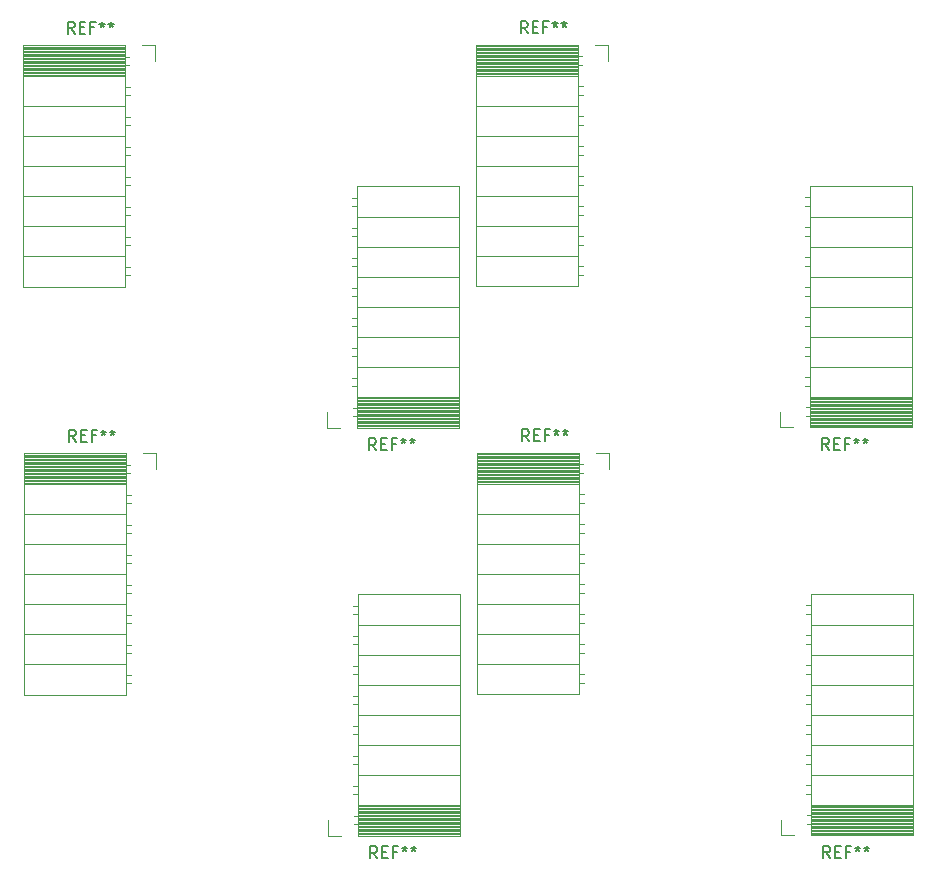
<source format=gbr>
%TF.GenerationSoftware,KiCad,Pcbnew,7.0.1*%
%TF.CreationDate,2023-03-21T17:03:07+01:00*%
%TF.ProjectId,microsdcard_sub_panelized,6d696372-6f73-4646-9361-72645f737562,rev?*%
%TF.SameCoordinates,Original*%
%TF.FileFunction,Legend,Top*%
%TF.FilePolarity,Positive*%
%FSLAX46Y46*%
G04 Gerber Fmt 4.6, Leading zero omitted, Abs format (unit mm)*
G04 Created by KiCad (PCBNEW 7.0.1) date 2023-03-21 17:03:07*
%MOMM*%
%LPD*%
G01*
G04 APERTURE LIST*
%ADD10C,0.150000*%
%ADD11C,0.120000*%
G04 APERTURE END LIST*
D10*
%TO.C,REF\u002A\u002A*%
X72679866Y-92587019D02*
X72346533Y-92110828D01*
X72108438Y-92587019D02*
X72108438Y-91587019D01*
X72108438Y-91587019D02*
X72489390Y-91587019D01*
X72489390Y-91587019D02*
X72584628Y-91634638D01*
X72584628Y-91634638D02*
X72632247Y-91682257D01*
X72632247Y-91682257D02*
X72679866Y-91777495D01*
X72679866Y-91777495D02*
X72679866Y-91920352D01*
X72679866Y-91920352D02*
X72632247Y-92015590D01*
X72632247Y-92015590D02*
X72584628Y-92063209D01*
X72584628Y-92063209D02*
X72489390Y-92110828D01*
X72489390Y-92110828D02*
X72108438Y-92110828D01*
X73108438Y-92063209D02*
X73441771Y-92063209D01*
X73584628Y-92587019D02*
X73108438Y-92587019D01*
X73108438Y-92587019D02*
X73108438Y-91587019D01*
X73108438Y-91587019D02*
X73584628Y-91587019D01*
X74346533Y-92063209D02*
X74013200Y-92063209D01*
X74013200Y-92587019D02*
X74013200Y-91587019D01*
X74013200Y-91587019D02*
X74489390Y-91587019D01*
X75013200Y-91587019D02*
X75013200Y-91825114D01*
X74775105Y-91729876D02*
X75013200Y-91825114D01*
X75013200Y-91825114D02*
X75251295Y-91729876D01*
X74870343Y-92015590D02*
X75013200Y-91825114D01*
X75013200Y-91825114D02*
X75156057Y-92015590D01*
X75775105Y-91587019D02*
X75775105Y-91825114D01*
X75537010Y-91729876D02*
X75775105Y-91825114D01*
X75775105Y-91825114D02*
X76013200Y-91729876D01*
X75632248Y-92015590D02*
X75775105Y-91825114D01*
X75775105Y-91825114D02*
X75917962Y-92015590D01*
X98178666Y-127850219D02*
X97845333Y-127374028D01*
X97607238Y-127850219D02*
X97607238Y-126850219D01*
X97607238Y-126850219D02*
X97988190Y-126850219D01*
X97988190Y-126850219D02*
X98083428Y-126897838D01*
X98083428Y-126897838D02*
X98131047Y-126945457D01*
X98131047Y-126945457D02*
X98178666Y-127040695D01*
X98178666Y-127040695D02*
X98178666Y-127183552D01*
X98178666Y-127183552D02*
X98131047Y-127278790D01*
X98131047Y-127278790D02*
X98083428Y-127326409D01*
X98083428Y-127326409D02*
X97988190Y-127374028D01*
X97988190Y-127374028D02*
X97607238Y-127374028D01*
X98607238Y-127326409D02*
X98940571Y-127326409D01*
X99083428Y-127850219D02*
X98607238Y-127850219D01*
X98607238Y-127850219D02*
X98607238Y-126850219D01*
X98607238Y-126850219D02*
X99083428Y-126850219D01*
X99845333Y-127326409D02*
X99512000Y-127326409D01*
X99512000Y-127850219D02*
X99512000Y-126850219D01*
X99512000Y-126850219D02*
X99988190Y-126850219D01*
X100512000Y-126850219D02*
X100512000Y-127088314D01*
X100273905Y-126993076D02*
X100512000Y-127088314D01*
X100512000Y-127088314D02*
X100750095Y-126993076D01*
X100369143Y-127278790D02*
X100512000Y-127088314D01*
X100512000Y-127088314D02*
X100654857Y-127278790D01*
X101273905Y-126850219D02*
X101273905Y-127088314D01*
X101035810Y-126993076D02*
X101273905Y-127088314D01*
X101273905Y-127088314D02*
X101512000Y-126993076D01*
X101131048Y-127278790D02*
X101273905Y-127088314D01*
X101273905Y-127088314D02*
X101416762Y-127278790D01*
X136532666Y-127821019D02*
X136199333Y-127344828D01*
X135961238Y-127821019D02*
X135961238Y-126821019D01*
X135961238Y-126821019D02*
X136342190Y-126821019D01*
X136342190Y-126821019D02*
X136437428Y-126868638D01*
X136437428Y-126868638D02*
X136485047Y-126916257D01*
X136485047Y-126916257D02*
X136532666Y-127011495D01*
X136532666Y-127011495D02*
X136532666Y-127154352D01*
X136532666Y-127154352D02*
X136485047Y-127249590D01*
X136485047Y-127249590D02*
X136437428Y-127297209D01*
X136437428Y-127297209D02*
X136342190Y-127344828D01*
X136342190Y-127344828D02*
X135961238Y-127344828D01*
X136961238Y-127297209D02*
X137294571Y-127297209D01*
X137437428Y-127821019D02*
X136961238Y-127821019D01*
X136961238Y-127821019D02*
X136961238Y-126821019D01*
X136961238Y-126821019D02*
X137437428Y-126821019D01*
X138199333Y-127297209D02*
X137866000Y-127297209D01*
X137866000Y-127821019D02*
X137866000Y-126821019D01*
X137866000Y-126821019D02*
X138342190Y-126821019D01*
X138866000Y-126821019D02*
X138866000Y-127059114D01*
X138627905Y-126963876D02*
X138866000Y-127059114D01*
X138866000Y-127059114D02*
X139104095Y-126963876D01*
X138723143Y-127249590D02*
X138866000Y-127059114D01*
X138866000Y-127059114D02*
X139008857Y-127249590D01*
X139627905Y-126821019D02*
X139627905Y-127059114D01*
X139389810Y-126963876D02*
X139627905Y-127059114D01*
X139627905Y-127059114D02*
X139866000Y-126963876D01*
X139485048Y-127249590D02*
X139627905Y-127059114D01*
X139627905Y-127059114D02*
X139770762Y-127249590D01*
X111033866Y-92557819D02*
X110700533Y-92081628D01*
X110462438Y-92557819D02*
X110462438Y-91557819D01*
X110462438Y-91557819D02*
X110843390Y-91557819D01*
X110843390Y-91557819D02*
X110938628Y-91605438D01*
X110938628Y-91605438D02*
X110986247Y-91653057D01*
X110986247Y-91653057D02*
X111033866Y-91748295D01*
X111033866Y-91748295D02*
X111033866Y-91891152D01*
X111033866Y-91891152D02*
X110986247Y-91986390D01*
X110986247Y-91986390D02*
X110938628Y-92034009D01*
X110938628Y-92034009D02*
X110843390Y-92081628D01*
X110843390Y-92081628D02*
X110462438Y-92081628D01*
X111462438Y-92034009D02*
X111795771Y-92034009D01*
X111938628Y-92557819D02*
X111462438Y-92557819D01*
X111462438Y-92557819D02*
X111462438Y-91557819D01*
X111462438Y-91557819D02*
X111938628Y-91557819D01*
X112700533Y-92034009D02*
X112367200Y-92034009D01*
X112367200Y-92557819D02*
X112367200Y-91557819D01*
X112367200Y-91557819D02*
X112843390Y-91557819D01*
X113367200Y-91557819D02*
X113367200Y-91795914D01*
X113129105Y-91700676D02*
X113367200Y-91795914D01*
X113367200Y-91795914D02*
X113605295Y-91700676D01*
X113224343Y-91986390D02*
X113367200Y-91795914D01*
X113367200Y-91795914D02*
X113510057Y-91986390D01*
X114129105Y-91557819D02*
X114129105Y-91795914D01*
X113891010Y-91700676D02*
X114129105Y-91795914D01*
X114129105Y-91795914D02*
X114367200Y-91700676D01*
X113986248Y-91986390D02*
X114129105Y-91795914D01*
X114129105Y-91795914D02*
X114271962Y-91986390D01*
X110932266Y-58013819D02*
X110598933Y-57537628D01*
X110360838Y-58013819D02*
X110360838Y-57013819D01*
X110360838Y-57013819D02*
X110741790Y-57013819D01*
X110741790Y-57013819D02*
X110837028Y-57061438D01*
X110837028Y-57061438D02*
X110884647Y-57109057D01*
X110884647Y-57109057D02*
X110932266Y-57204295D01*
X110932266Y-57204295D02*
X110932266Y-57347152D01*
X110932266Y-57347152D02*
X110884647Y-57442390D01*
X110884647Y-57442390D02*
X110837028Y-57490009D01*
X110837028Y-57490009D02*
X110741790Y-57537628D01*
X110741790Y-57537628D02*
X110360838Y-57537628D01*
X111360838Y-57490009D02*
X111694171Y-57490009D01*
X111837028Y-58013819D02*
X111360838Y-58013819D01*
X111360838Y-58013819D02*
X111360838Y-57013819D01*
X111360838Y-57013819D02*
X111837028Y-57013819D01*
X112598933Y-57490009D02*
X112265600Y-57490009D01*
X112265600Y-58013819D02*
X112265600Y-57013819D01*
X112265600Y-57013819D02*
X112741790Y-57013819D01*
X113265600Y-57013819D02*
X113265600Y-57251914D01*
X113027505Y-57156676D02*
X113265600Y-57251914D01*
X113265600Y-57251914D02*
X113503695Y-57156676D01*
X113122743Y-57442390D02*
X113265600Y-57251914D01*
X113265600Y-57251914D02*
X113408457Y-57442390D01*
X114027505Y-57013819D02*
X114027505Y-57251914D01*
X113789410Y-57156676D02*
X114027505Y-57251914D01*
X114027505Y-57251914D02*
X114265600Y-57156676D01*
X113884648Y-57442390D02*
X114027505Y-57251914D01*
X114027505Y-57251914D02*
X114170362Y-57442390D01*
X136431066Y-93277019D02*
X136097733Y-92800828D01*
X135859638Y-93277019D02*
X135859638Y-92277019D01*
X135859638Y-92277019D02*
X136240590Y-92277019D01*
X136240590Y-92277019D02*
X136335828Y-92324638D01*
X136335828Y-92324638D02*
X136383447Y-92372257D01*
X136383447Y-92372257D02*
X136431066Y-92467495D01*
X136431066Y-92467495D02*
X136431066Y-92610352D01*
X136431066Y-92610352D02*
X136383447Y-92705590D01*
X136383447Y-92705590D02*
X136335828Y-92753209D01*
X136335828Y-92753209D02*
X136240590Y-92800828D01*
X136240590Y-92800828D02*
X135859638Y-92800828D01*
X136859638Y-92753209D02*
X137192971Y-92753209D01*
X137335828Y-93277019D02*
X136859638Y-93277019D01*
X136859638Y-93277019D02*
X136859638Y-92277019D01*
X136859638Y-92277019D02*
X137335828Y-92277019D01*
X138097733Y-92753209D02*
X137764400Y-92753209D01*
X137764400Y-93277019D02*
X137764400Y-92277019D01*
X137764400Y-92277019D02*
X138240590Y-92277019D01*
X138764400Y-92277019D02*
X138764400Y-92515114D01*
X138526305Y-92419876D02*
X138764400Y-92515114D01*
X138764400Y-92515114D02*
X139002495Y-92419876D01*
X138621543Y-92705590D02*
X138764400Y-92515114D01*
X138764400Y-92515114D02*
X138907257Y-92705590D01*
X139526305Y-92277019D02*
X139526305Y-92515114D01*
X139288210Y-92419876D02*
X139526305Y-92515114D01*
X139526305Y-92515114D02*
X139764400Y-92419876D01*
X139383448Y-92705590D02*
X139526305Y-92515114D01*
X139526305Y-92515114D02*
X139669162Y-92705590D01*
X98077066Y-93306219D02*
X97743733Y-92830028D01*
X97505638Y-93306219D02*
X97505638Y-92306219D01*
X97505638Y-92306219D02*
X97886590Y-92306219D01*
X97886590Y-92306219D02*
X97981828Y-92353838D01*
X97981828Y-92353838D02*
X98029447Y-92401457D01*
X98029447Y-92401457D02*
X98077066Y-92496695D01*
X98077066Y-92496695D02*
X98077066Y-92639552D01*
X98077066Y-92639552D02*
X98029447Y-92734790D01*
X98029447Y-92734790D02*
X97981828Y-92782409D01*
X97981828Y-92782409D02*
X97886590Y-92830028D01*
X97886590Y-92830028D02*
X97505638Y-92830028D01*
X98505638Y-92782409D02*
X98838971Y-92782409D01*
X98981828Y-93306219D02*
X98505638Y-93306219D01*
X98505638Y-93306219D02*
X98505638Y-92306219D01*
X98505638Y-92306219D02*
X98981828Y-92306219D01*
X99743733Y-92782409D02*
X99410400Y-92782409D01*
X99410400Y-93306219D02*
X99410400Y-92306219D01*
X99410400Y-92306219D02*
X99886590Y-92306219D01*
X100410400Y-92306219D02*
X100410400Y-92544314D01*
X100172305Y-92449076D02*
X100410400Y-92544314D01*
X100410400Y-92544314D02*
X100648495Y-92449076D01*
X100267543Y-92734790D02*
X100410400Y-92544314D01*
X100410400Y-92544314D02*
X100553257Y-92734790D01*
X101172305Y-92306219D02*
X101172305Y-92544314D01*
X100934210Y-92449076D02*
X101172305Y-92544314D01*
X101172305Y-92544314D02*
X101410400Y-92449076D01*
X101029448Y-92734790D02*
X101172305Y-92544314D01*
X101172305Y-92544314D02*
X101315162Y-92734790D01*
X72578266Y-58043019D02*
X72244933Y-57566828D01*
X72006838Y-58043019D02*
X72006838Y-57043019D01*
X72006838Y-57043019D02*
X72387790Y-57043019D01*
X72387790Y-57043019D02*
X72483028Y-57090638D01*
X72483028Y-57090638D02*
X72530647Y-57138257D01*
X72530647Y-57138257D02*
X72578266Y-57233495D01*
X72578266Y-57233495D02*
X72578266Y-57376352D01*
X72578266Y-57376352D02*
X72530647Y-57471590D01*
X72530647Y-57471590D02*
X72483028Y-57519209D01*
X72483028Y-57519209D02*
X72387790Y-57566828D01*
X72387790Y-57566828D02*
X72006838Y-57566828D01*
X73006838Y-57519209D02*
X73340171Y-57519209D01*
X73483028Y-58043019D02*
X73006838Y-58043019D01*
X73006838Y-58043019D02*
X73006838Y-57043019D01*
X73006838Y-57043019D02*
X73483028Y-57043019D01*
X74244933Y-57519209D02*
X73911600Y-57519209D01*
X73911600Y-58043019D02*
X73911600Y-57043019D01*
X73911600Y-57043019D02*
X74387790Y-57043019D01*
X74911600Y-57043019D02*
X74911600Y-57281114D01*
X74673505Y-57185876D02*
X74911600Y-57281114D01*
X74911600Y-57281114D02*
X75149695Y-57185876D01*
X74768743Y-57471590D02*
X74911600Y-57281114D01*
X74911600Y-57281114D02*
X75054457Y-57471590D01*
X75673505Y-57043019D02*
X75673505Y-57281114D01*
X75435410Y-57185876D02*
X75673505Y-57281114D01*
X75673505Y-57281114D02*
X75911600Y-57185876D01*
X75530648Y-57471590D02*
X75673505Y-57281114D01*
X75673505Y-57281114D02*
X75816362Y-57471590D01*
D11*
X68303200Y-93564400D02*
X68303200Y-114004400D01*
X68303200Y-93564400D02*
X76933200Y-93564400D01*
X68303200Y-93684400D02*
X76933200Y-93684400D01*
X68303200Y-93802495D02*
X76933200Y-93802495D01*
X68303200Y-93920590D02*
X76933200Y-93920590D01*
X68303200Y-94038685D02*
X76933200Y-94038685D01*
X68303200Y-94156780D02*
X76933200Y-94156780D01*
X68303200Y-94274875D02*
X76933200Y-94274875D01*
X68303200Y-94392970D02*
X76933200Y-94392970D01*
X68303200Y-94511065D02*
X76933200Y-94511065D01*
X68303200Y-94629160D02*
X76933200Y-94629160D01*
X68303200Y-94747255D02*
X76933200Y-94747255D01*
X68303200Y-94865350D02*
X76933200Y-94865350D01*
X68303200Y-94983445D02*
X76933200Y-94983445D01*
X68303200Y-95101540D02*
X76933200Y-95101540D01*
X68303200Y-95219635D02*
X76933200Y-95219635D01*
X68303200Y-95337730D02*
X76933200Y-95337730D01*
X68303200Y-95455825D02*
X76933200Y-95455825D01*
X68303200Y-95573920D02*
X76933200Y-95573920D01*
X68303200Y-95692015D02*
X76933200Y-95692015D01*
X68303200Y-95810110D02*
X76933200Y-95810110D01*
X68303200Y-95928205D02*
X76933200Y-95928205D01*
X68303200Y-96046300D02*
X76933200Y-96046300D01*
X68303200Y-96164400D02*
X76933200Y-96164400D01*
X68303200Y-98704400D02*
X76933200Y-98704400D01*
X68303200Y-101244400D02*
X76933200Y-101244400D01*
X68303200Y-103784400D02*
X76933200Y-103784400D01*
X68303200Y-106324400D02*
X76933200Y-106324400D01*
X68303200Y-108864400D02*
X76933200Y-108864400D01*
X68303200Y-111404400D02*
X76933200Y-111404400D01*
X68303200Y-114004400D02*
X76933200Y-114004400D01*
X76933200Y-93564400D02*
X76933200Y-114004400D01*
X76933200Y-94534400D02*
X77283200Y-94534400D01*
X76933200Y-95254400D02*
X77283200Y-95254400D01*
X76933200Y-97074400D02*
X77343200Y-97074400D01*
X76933200Y-97794400D02*
X77343200Y-97794400D01*
X76933200Y-99614400D02*
X77343200Y-99614400D01*
X76933200Y-100334400D02*
X77343200Y-100334400D01*
X76933200Y-102154400D02*
X77343200Y-102154400D01*
X76933200Y-102874400D02*
X77343200Y-102874400D01*
X76933200Y-104694400D02*
X77343200Y-104694400D01*
X76933200Y-105414400D02*
X77343200Y-105414400D01*
X76933200Y-107234400D02*
X77343200Y-107234400D01*
X76933200Y-107954400D02*
X77343200Y-107954400D01*
X76933200Y-109774400D02*
X77343200Y-109774400D01*
X76933200Y-110494400D02*
X77343200Y-110494400D01*
X76933200Y-112314400D02*
X77343200Y-112314400D01*
X76933200Y-113034400D02*
X77343200Y-113034400D01*
X78393200Y-93564400D02*
X79503200Y-93564400D01*
X79503200Y-93564400D02*
X79503200Y-94894400D01*
X105222000Y-125947600D02*
X105222000Y-105507600D01*
X105222000Y-125947600D02*
X96592000Y-125947600D01*
X105222000Y-125827600D02*
X96592000Y-125827600D01*
X105222000Y-125709505D02*
X96592000Y-125709505D01*
X105222000Y-125591410D02*
X96592000Y-125591410D01*
X105222000Y-125473315D02*
X96592000Y-125473315D01*
X105222000Y-125355220D02*
X96592000Y-125355220D01*
X105222000Y-125237125D02*
X96592000Y-125237125D01*
X105222000Y-125119030D02*
X96592000Y-125119030D01*
X105222000Y-125000935D02*
X96592000Y-125000935D01*
X105222000Y-124882840D02*
X96592000Y-124882840D01*
X105222000Y-124764745D02*
X96592000Y-124764745D01*
X105222000Y-124646650D02*
X96592000Y-124646650D01*
X105222000Y-124528555D02*
X96592000Y-124528555D01*
X105222000Y-124410460D02*
X96592000Y-124410460D01*
X105222000Y-124292365D02*
X96592000Y-124292365D01*
X105222000Y-124174270D02*
X96592000Y-124174270D01*
X105222000Y-124056175D02*
X96592000Y-124056175D01*
X105222000Y-123938080D02*
X96592000Y-123938080D01*
X105222000Y-123819985D02*
X96592000Y-123819985D01*
X105222000Y-123701890D02*
X96592000Y-123701890D01*
X105222000Y-123583795D02*
X96592000Y-123583795D01*
X105222000Y-123465700D02*
X96592000Y-123465700D01*
X105222000Y-123347600D02*
X96592000Y-123347600D01*
X105222000Y-120807600D02*
X96592000Y-120807600D01*
X105222000Y-118267600D02*
X96592000Y-118267600D01*
X105222000Y-115727600D02*
X96592000Y-115727600D01*
X105222000Y-113187600D02*
X96592000Y-113187600D01*
X105222000Y-110647600D02*
X96592000Y-110647600D01*
X105222000Y-108107600D02*
X96592000Y-108107600D01*
X105222000Y-105507600D02*
X96592000Y-105507600D01*
X96592000Y-125947600D02*
X96592000Y-105507600D01*
X96592000Y-124977600D02*
X96242000Y-124977600D01*
X96592000Y-124257600D02*
X96242000Y-124257600D01*
X96592000Y-122437600D02*
X96182000Y-122437600D01*
X96592000Y-121717600D02*
X96182000Y-121717600D01*
X96592000Y-119897600D02*
X96182000Y-119897600D01*
X96592000Y-119177600D02*
X96182000Y-119177600D01*
X96592000Y-117357600D02*
X96182000Y-117357600D01*
X96592000Y-116637600D02*
X96182000Y-116637600D01*
X96592000Y-114817600D02*
X96182000Y-114817600D01*
X96592000Y-114097600D02*
X96182000Y-114097600D01*
X96592000Y-112277600D02*
X96182000Y-112277600D01*
X96592000Y-111557600D02*
X96182000Y-111557600D01*
X96592000Y-109737600D02*
X96182000Y-109737600D01*
X96592000Y-109017600D02*
X96182000Y-109017600D01*
X96592000Y-107197600D02*
X96182000Y-107197600D01*
X96592000Y-106477600D02*
X96182000Y-106477600D01*
X95132000Y-125947600D02*
X94022000Y-125947600D01*
X94022000Y-125947600D02*
X94022000Y-124617600D01*
X143576000Y-125918400D02*
X143576000Y-105478400D01*
X143576000Y-125918400D02*
X134946000Y-125918400D01*
X143576000Y-125798400D02*
X134946000Y-125798400D01*
X143576000Y-125680305D02*
X134946000Y-125680305D01*
X143576000Y-125562210D02*
X134946000Y-125562210D01*
X143576000Y-125444115D02*
X134946000Y-125444115D01*
X143576000Y-125326020D02*
X134946000Y-125326020D01*
X143576000Y-125207925D02*
X134946000Y-125207925D01*
X143576000Y-125089830D02*
X134946000Y-125089830D01*
X143576000Y-124971735D02*
X134946000Y-124971735D01*
X143576000Y-124853640D02*
X134946000Y-124853640D01*
X143576000Y-124735545D02*
X134946000Y-124735545D01*
X143576000Y-124617450D02*
X134946000Y-124617450D01*
X143576000Y-124499355D02*
X134946000Y-124499355D01*
X143576000Y-124381260D02*
X134946000Y-124381260D01*
X143576000Y-124263165D02*
X134946000Y-124263165D01*
X143576000Y-124145070D02*
X134946000Y-124145070D01*
X143576000Y-124026975D02*
X134946000Y-124026975D01*
X143576000Y-123908880D02*
X134946000Y-123908880D01*
X143576000Y-123790785D02*
X134946000Y-123790785D01*
X143576000Y-123672690D02*
X134946000Y-123672690D01*
X143576000Y-123554595D02*
X134946000Y-123554595D01*
X143576000Y-123436500D02*
X134946000Y-123436500D01*
X143576000Y-123318400D02*
X134946000Y-123318400D01*
X143576000Y-120778400D02*
X134946000Y-120778400D01*
X143576000Y-118238400D02*
X134946000Y-118238400D01*
X143576000Y-115698400D02*
X134946000Y-115698400D01*
X143576000Y-113158400D02*
X134946000Y-113158400D01*
X143576000Y-110618400D02*
X134946000Y-110618400D01*
X143576000Y-108078400D02*
X134946000Y-108078400D01*
X143576000Y-105478400D02*
X134946000Y-105478400D01*
X134946000Y-125918400D02*
X134946000Y-105478400D01*
X134946000Y-124948400D02*
X134596000Y-124948400D01*
X134946000Y-124228400D02*
X134596000Y-124228400D01*
X134946000Y-122408400D02*
X134536000Y-122408400D01*
X134946000Y-121688400D02*
X134536000Y-121688400D01*
X134946000Y-119868400D02*
X134536000Y-119868400D01*
X134946000Y-119148400D02*
X134536000Y-119148400D01*
X134946000Y-117328400D02*
X134536000Y-117328400D01*
X134946000Y-116608400D02*
X134536000Y-116608400D01*
X134946000Y-114788400D02*
X134536000Y-114788400D01*
X134946000Y-114068400D02*
X134536000Y-114068400D01*
X134946000Y-112248400D02*
X134536000Y-112248400D01*
X134946000Y-111528400D02*
X134536000Y-111528400D01*
X134946000Y-109708400D02*
X134536000Y-109708400D01*
X134946000Y-108988400D02*
X134536000Y-108988400D01*
X134946000Y-107168400D02*
X134536000Y-107168400D01*
X134946000Y-106448400D02*
X134536000Y-106448400D01*
X133486000Y-125918400D02*
X132376000Y-125918400D01*
X132376000Y-125918400D02*
X132376000Y-124588400D01*
X106657200Y-93535200D02*
X106657200Y-113975200D01*
X106657200Y-93535200D02*
X115287200Y-93535200D01*
X106657200Y-93655200D02*
X115287200Y-93655200D01*
X106657200Y-93773295D02*
X115287200Y-93773295D01*
X106657200Y-93891390D02*
X115287200Y-93891390D01*
X106657200Y-94009485D02*
X115287200Y-94009485D01*
X106657200Y-94127580D02*
X115287200Y-94127580D01*
X106657200Y-94245675D02*
X115287200Y-94245675D01*
X106657200Y-94363770D02*
X115287200Y-94363770D01*
X106657200Y-94481865D02*
X115287200Y-94481865D01*
X106657200Y-94599960D02*
X115287200Y-94599960D01*
X106657200Y-94718055D02*
X115287200Y-94718055D01*
X106657200Y-94836150D02*
X115287200Y-94836150D01*
X106657200Y-94954245D02*
X115287200Y-94954245D01*
X106657200Y-95072340D02*
X115287200Y-95072340D01*
X106657200Y-95190435D02*
X115287200Y-95190435D01*
X106657200Y-95308530D02*
X115287200Y-95308530D01*
X106657200Y-95426625D02*
X115287200Y-95426625D01*
X106657200Y-95544720D02*
X115287200Y-95544720D01*
X106657200Y-95662815D02*
X115287200Y-95662815D01*
X106657200Y-95780910D02*
X115287200Y-95780910D01*
X106657200Y-95899005D02*
X115287200Y-95899005D01*
X106657200Y-96017100D02*
X115287200Y-96017100D01*
X106657200Y-96135200D02*
X115287200Y-96135200D01*
X106657200Y-98675200D02*
X115287200Y-98675200D01*
X106657200Y-101215200D02*
X115287200Y-101215200D01*
X106657200Y-103755200D02*
X115287200Y-103755200D01*
X106657200Y-106295200D02*
X115287200Y-106295200D01*
X106657200Y-108835200D02*
X115287200Y-108835200D01*
X106657200Y-111375200D02*
X115287200Y-111375200D01*
X106657200Y-113975200D02*
X115287200Y-113975200D01*
X115287200Y-93535200D02*
X115287200Y-113975200D01*
X115287200Y-94505200D02*
X115637200Y-94505200D01*
X115287200Y-95225200D02*
X115637200Y-95225200D01*
X115287200Y-97045200D02*
X115697200Y-97045200D01*
X115287200Y-97765200D02*
X115697200Y-97765200D01*
X115287200Y-99585200D02*
X115697200Y-99585200D01*
X115287200Y-100305200D02*
X115697200Y-100305200D01*
X115287200Y-102125200D02*
X115697200Y-102125200D01*
X115287200Y-102845200D02*
X115697200Y-102845200D01*
X115287200Y-104665200D02*
X115697200Y-104665200D01*
X115287200Y-105385200D02*
X115697200Y-105385200D01*
X115287200Y-107205200D02*
X115697200Y-107205200D01*
X115287200Y-107925200D02*
X115697200Y-107925200D01*
X115287200Y-109745200D02*
X115697200Y-109745200D01*
X115287200Y-110465200D02*
X115697200Y-110465200D01*
X115287200Y-112285200D02*
X115697200Y-112285200D01*
X115287200Y-113005200D02*
X115697200Y-113005200D01*
X116747200Y-93535200D02*
X117857200Y-93535200D01*
X117857200Y-93535200D02*
X117857200Y-94865200D01*
X106555600Y-58991200D02*
X106555600Y-79431200D01*
X106555600Y-58991200D02*
X115185600Y-58991200D01*
X106555600Y-59111200D02*
X115185600Y-59111200D01*
X106555600Y-59229295D02*
X115185600Y-59229295D01*
X106555600Y-59347390D02*
X115185600Y-59347390D01*
X106555600Y-59465485D02*
X115185600Y-59465485D01*
X106555600Y-59583580D02*
X115185600Y-59583580D01*
X106555600Y-59701675D02*
X115185600Y-59701675D01*
X106555600Y-59819770D02*
X115185600Y-59819770D01*
X106555600Y-59937865D02*
X115185600Y-59937865D01*
X106555600Y-60055960D02*
X115185600Y-60055960D01*
X106555600Y-60174055D02*
X115185600Y-60174055D01*
X106555600Y-60292150D02*
X115185600Y-60292150D01*
X106555600Y-60410245D02*
X115185600Y-60410245D01*
X106555600Y-60528340D02*
X115185600Y-60528340D01*
X106555600Y-60646435D02*
X115185600Y-60646435D01*
X106555600Y-60764530D02*
X115185600Y-60764530D01*
X106555600Y-60882625D02*
X115185600Y-60882625D01*
X106555600Y-61000720D02*
X115185600Y-61000720D01*
X106555600Y-61118815D02*
X115185600Y-61118815D01*
X106555600Y-61236910D02*
X115185600Y-61236910D01*
X106555600Y-61355005D02*
X115185600Y-61355005D01*
X106555600Y-61473100D02*
X115185600Y-61473100D01*
X106555600Y-61591200D02*
X115185600Y-61591200D01*
X106555600Y-64131200D02*
X115185600Y-64131200D01*
X106555600Y-66671200D02*
X115185600Y-66671200D01*
X106555600Y-69211200D02*
X115185600Y-69211200D01*
X106555600Y-71751200D02*
X115185600Y-71751200D01*
X106555600Y-74291200D02*
X115185600Y-74291200D01*
X106555600Y-76831200D02*
X115185600Y-76831200D01*
X106555600Y-79431200D02*
X115185600Y-79431200D01*
X115185600Y-58991200D02*
X115185600Y-79431200D01*
X115185600Y-59961200D02*
X115535600Y-59961200D01*
X115185600Y-60681200D02*
X115535600Y-60681200D01*
X115185600Y-62501200D02*
X115595600Y-62501200D01*
X115185600Y-63221200D02*
X115595600Y-63221200D01*
X115185600Y-65041200D02*
X115595600Y-65041200D01*
X115185600Y-65761200D02*
X115595600Y-65761200D01*
X115185600Y-67581200D02*
X115595600Y-67581200D01*
X115185600Y-68301200D02*
X115595600Y-68301200D01*
X115185600Y-70121200D02*
X115595600Y-70121200D01*
X115185600Y-70841200D02*
X115595600Y-70841200D01*
X115185600Y-72661200D02*
X115595600Y-72661200D01*
X115185600Y-73381200D02*
X115595600Y-73381200D01*
X115185600Y-75201200D02*
X115595600Y-75201200D01*
X115185600Y-75921200D02*
X115595600Y-75921200D01*
X115185600Y-77741200D02*
X115595600Y-77741200D01*
X115185600Y-78461200D02*
X115595600Y-78461200D01*
X116645600Y-58991200D02*
X117755600Y-58991200D01*
X117755600Y-58991200D02*
X117755600Y-60321200D01*
X143474400Y-91374400D02*
X143474400Y-70934400D01*
X143474400Y-91374400D02*
X134844400Y-91374400D01*
X143474400Y-91254400D02*
X134844400Y-91254400D01*
X143474400Y-91136305D02*
X134844400Y-91136305D01*
X143474400Y-91018210D02*
X134844400Y-91018210D01*
X143474400Y-90900115D02*
X134844400Y-90900115D01*
X143474400Y-90782020D02*
X134844400Y-90782020D01*
X143474400Y-90663925D02*
X134844400Y-90663925D01*
X143474400Y-90545830D02*
X134844400Y-90545830D01*
X143474400Y-90427735D02*
X134844400Y-90427735D01*
X143474400Y-90309640D02*
X134844400Y-90309640D01*
X143474400Y-90191545D02*
X134844400Y-90191545D01*
X143474400Y-90073450D02*
X134844400Y-90073450D01*
X143474400Y-89955355D02*
X134844400Y-89955355D01*
X143474400Y-89837260D02*
X134844400Y-89837260D01*
X143474400Y-89719165D02*
X134844400Y-89719165D01*
X143474400Y-89601070D02*
X134844400Y-89601070D01*
X143474400Y-89482975D02*
X134844400Y-89482975D01*
X143474400Y-89364880D02*
X134844400Y-89364880D01*
X143474400Y-89246785D02*
X134844400Y-89246785D01*
X143474400Y-89128690D02*
X134844400Y-89128690D01*
X143474400Y-89010595D02*
X134844400Y-89010595D01*
X143474400Y-88892500D02*
X134844400Y-88892500D01*
X143474400Y-88774400D02*
X134844400Y-88774400D01*
X143474400Y-86234400D02*
X134844400Y-86234400D01*
X143474400Y-83694400D02*
X134844400Y-83694400D01*
X143474400Y-81154400D02*
X134844400Y-81154400D01*
X143474400Y-78614400D02*
X134844400Y-78614400D01*
X143474400Y-76074400D02*
X134844400Y-76074400D01*
X143474400Y-73534400D02*
X134844400Y-73534400D01*
X143474400Y-70934400D02*
X134844400Y-70934400D01*
X134844400Y-91374400D02*
X134844400Y-70934400D01*
X134844400Y-90404400D02*
X134494400Y-90404400D01*
X134844400Y-89684400D02*
X134494400Y-89684400D01*
X134844400Y-87864400D02*
X134434400Y-87864400D01*
X134844400Y-87144400D02*
X134434400Y-87144400D01*
X134844400Y-85324400D02*
X134434400Y-85324400D01*
X134844400Y-84604400D02*
X134434400Y-84604400D01*
X134844400Y-82784400D02*
X134434400Y-82784400D01*
X134844400Y-82064400D02*
X134434400Y-82064400D01*
X134844400Y-80244400D02*
X134434400Y-80244400D01*
X134844400Y-79524400D02*
X134434400Y-79524400D01*
X134844400Y-77704400D02*
X134434400Y-77704400D01*
X134844400Y-76984400D02*
X134434400Y-76984400D01*
X134844400Y-75164400D02*
X134434400Y-75164400D01*
X134844400Y-74444400D02*
X134434400Y-74444400D01*
X134844400Y-72624400D02*
X134434400Y-72624400D01*
X134844400Y-71904400D02*
X134434400Y-71904400D01*
X133384400Y-91374400D02*
X132274400Y-91374400D01*
X132274400Y-91374400D02*
X132274400Y-90044400D01*
X105120400Y-91403600D02*
X105120400Y-70963600D01*
X105120400Y-91403600D02*
X96490400Y-91403600D01*
X105120400Y-91283600D02*
X96490400Y-91283600D01*
X105120400Y-91165505D02*
X96490400Y-91165505D01*
X105120400Y-91047410D02*
X96490400Y-91047410D01*
X105120400Y-90929315D02*
X96490400Y-90929315D01*
X105120400Y-90811220D02*
X96490400Y-90811220D01*
X105120400Y-90693125D02*
X96490400Y-90693125D01*
X105120400Y-90575030D02*
X96490400Y-90575030D01*
X105120400Y-90456935D02*
X96490400Y-90456935D01*
X105120400Y-90338840D02*
X96490400Y-90338840D01*
X105120400Y-90220745D02*
X96490400Y-90220745D01*
X105120400Y-90102650D02*
X96490400Y-90102650D01*
X105120400Y-89984555D02*
X96490400Y-89984555D01*
X105120400Y-89866460D02*
X96490400Y-89866460D01*
X105120400Y-89748365D02*
X96490400Y-89748365D01*
X105120400Y-89630270D02*
X96490400Y-89630270D01*
X105120400Y-89512175D02*
X96490400Y-89512175D01*
X105120400Y-89394080D02*
X96490400Y-89394080D01*
X105120400Y-89275985D02*
X96490400Y-89275985D01*
X105120400Y-89157890D02*
X96490400Y-89157890D01*
X105120400Y-89039795D02*
X96490400Y-89039795D01*
X105120400Y-88921700D02*
X96490400Y-88921700D01*
X105120400Y-88803600D02*
X96490400Y-88803600D01*
X105120400Y-86263600D02*
X96490400Y-86263600D01*
X105120400Y-83723600D02*
X96490400Y-83723600D01*
X105120400Y-81183600D02*
X96490400Y-81183600D01*
X105120400Y-78643600D02*
X96490400Y-78643600D01*
X105120400Y-76103600D02*
X96490400Y-76103600D01*
X105120400Y-73563600D02*
X96490400Y-73563600D01*
X105120400Y-70963600D02*
X96490400Y-70963600D01*
X96490400Y-91403600D02*
X96490400Y-70963600D01*
X96490400Y-90433600D02*
X96140400Y-90433600D01*
X96490400Y-89713600D02*
X96140400Y-89713600D01*
X96490400Y-87893600D02*
X96080400Y-87893600D01*
X96490400Y-87173600D02*
X96080400Y-87173600D01*
X96490400Y-85353600D02*
X96080400Y-85353600D01*
X96490400Y-84633600D02*
X96080400Y-84633600D01*
X96490400Y-82813600D02*
X96080400Y-82813600D01*
X96490400Y-82093600D02*
X96080400Y-82093600D01*
X96490400Y-80273600D02*
X96080400Y-80273600D01*
X96490400Y-79553600D02*
X96080400Y-79553600D01*
X96490400Y-77733600D02*
X96080400Y-77733600D01*
X96490400Y-77013600D02*
X96080400Y-77013600D01*
X96490400Y-75193600D02*
X96080400Y-75193600D01*
X96490400Y-74473600D02*
X96080400Y-74473600D01*
X96490400Y-72653600D02*
X96080400Y-72653600D01*
X96490400Y-71933600D02*
X96080400Y-71933600D01*
X95030400Y-91403600D02*
X93920400Y-91403600D01*
X93920400Y-91403600D02*
X93920400Y-90073600D01*
X68201600Y-59020400D02*
X68201600Y-79460400D01*
X68201600Y-59020400D02*
X76831600Y-59020400D01*
X68201600Y-59140400D02*
X76831600Y-59140400D01*
X68201600Y-59258495D02*
X76831600Y-59258495D01*
X68201600Y-59376590D02*
X76831600Y-59376590D01*
X68201600Y-59494685D02*
X76831600Y-59494685D01*
X68201600Y-59612780D02*
X76831600Y-59612780D01*
X68201600Y-59730875D02*
X76831600Y-59730875D01*
X68201600Y-59848970D02*
X76831600Y-59848970D01*
X68201600Y-59967065D02*
X76831600Y-59967065D01*
X68201600Y-60085160D02*
X76831600Y-60085160D01*
X68201600Y-60203255D02*
X76831600Y-60203255D01*
X68201600Y-60321350D02*
X76831600Y-60321350D01*
X68201600Y-60439445D02*
X76831600Y-60439445D01*
X68201600Y-60557540D02*
X76831600Y-60557540D01*
X68201600Y-60675635D02*
X76831600Y-60675635D01*
X68201600Y-60793730D02*
X76831600Y-60793730D01*
X68201600Y-60911825D02*
X76831600Y-60911825D01*
X68201600Y-61029920D02*
X76831600Y-61029920D01*
X68201600Y-61148015D02*
X76831600Y-61148015D01*
X68201600Y-61266110D02*
X76831600Y-61266110D01*
X68201600Y-61384205D02*
X76831600Y-61384205D01*
X68201600Y-61502300D02*
X76831600Y-61502300D01*
X68201600Y-61620400D02*
X76831600Y-61620400D01*
X68201600Y-64160400D02*
X76831600Y-64160400D01*
X68201600Y-66700400D02*
X76831600Y-66700400D01*
X68201600Y-69240400D02*
X76831600Y-69240400D01*
X68201600Y-71780400D02*
X76831600Y-71780400D01*
X68201600Y-74320400D02*
X76831600Y-74320400D01*
X68201600Y-76860400D02*
X76831600Y-76860400D01*
X68201600Y-79460400D02*
X76831600Y-79460400D01*
X76831600Y-59020400D02*
X76831600Y-79460400D01*
X76831600Y-59990400D02*
X77181600Y-59990400D01*
X76831600Y-60710400D02*
X77181600Y-60710400D01*
X76831600Y-62530400D02*
X77241600Y-62530400D01*
X76831600Y-63250400D02*
X77241600Y-63250400D01*
X76831600Y-65070400D02*
X77241600Y-65070400D01*
X76831600Y-65790400D02*
X77241600Y-65790400D01*
X76831600Y-67610400D02*
X77241600Y-67610400D01*
X76831600Y-68330400D02*
X77241600Y-68330400D01*
X76831600Y-70150400D02*
X77241600Y-70150400D01*
X76831600Y-70870400D02*
X77241600Y-70870400D01*
X76831600Y-72690400D02*
X77241600Y-72690400D01*
X76831600Y-73410400D02*
X77241600Y-73410400D01*
X76831600Y-75230400D02*
X77241600Y-75230400D01*
X76831600Y-75950400D02*
X77241600Y-75950400D01*
X76831600Y-77770400D02*
X77241600Y-77770400D01*
X76831600Y-78490400D02*
X77241600Y-78490400D01*
X78291600Y-59020400D02*
X79401600Y-59020400D01*
X79401600Y-59020400D02*
X79401600Y-60350400D01*
%TD*%
M02*

</source>
